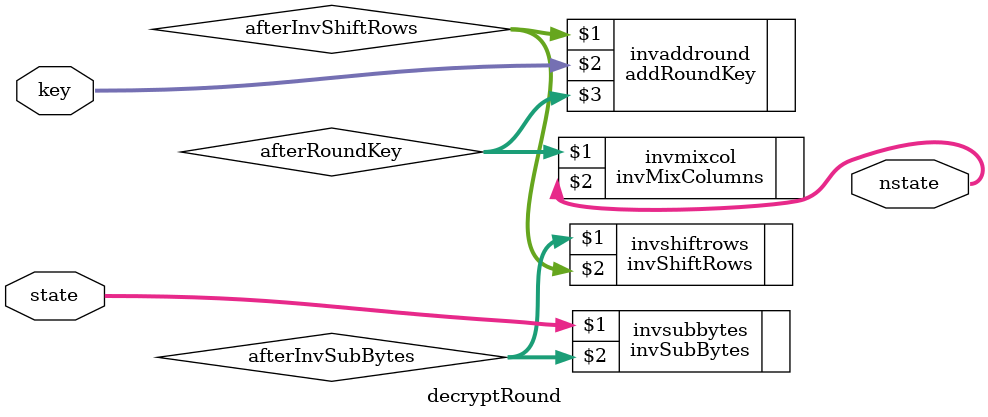
<source format=v>
module decryptRound(input [0:127] state, input [0:127] key, output [0:127] nstate);

wire[0:127] afterInvSubBytes, afterInvShiftRows, afterRoundKey;

invSubBytes invsubbytes(state, afterInvSubBytes);
invShiftRows invshiftrows(afterInvSubBytes, afterInvShiftRows);
addRoundKey invaddround(afterInvShiftRows, key, afterRoundKey);
invMixColumns invmixcol(afterRoundKey, nstate);

endmodule
</source>
